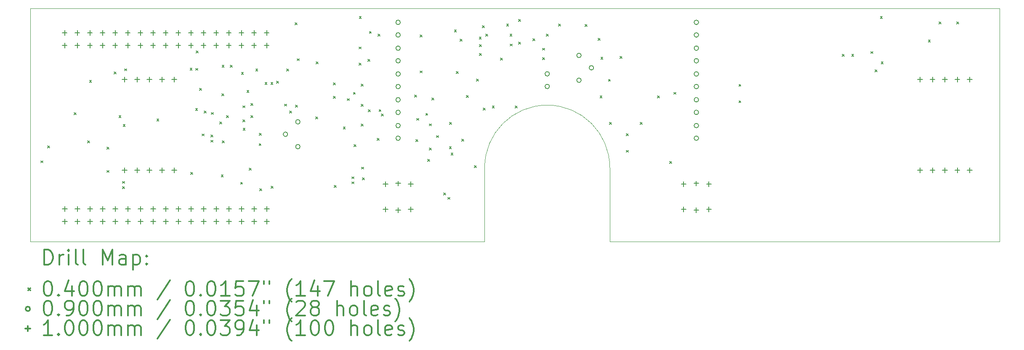
<source format=gbr>
%FSLAX45Y45*%
G04 Gerber Fmt 4.5, Leading zero omitted, Abs format (unit mm)*
G04 Created by KiCad (PCBNEW 5.1.10-6.fc34) date 2021-10-25 15:31:26*
%MOMM*%
%LPD*%
G01*
G04 APERTURE LIST*
%TA.AperFunction,Profile*%
%ADD10C,0.050000*%
%TD*%
%ADD11C,0.200000*%
%ADD12C,0.300000*%
G04 APERTURE END LIST*
D10*
X10665000Y-4736000D02*
G75*
G02*
X13183000Y-4736000I1259000J0D01*
G01*
X13183000Y-6224000D02*
X13183000Y-4736000D01*
X13183000Y-6224000D02*
X21024000Y-6224000D01*
X10665000Y-6224000D02*
X10665000Y-4736000D01*
X21024000Y-1524000D02*
X21024000Y-6224000D01*
X1524000Y-6224000D02*
X10665000Y-6224000D01*
X1524000Y-1524000D02*
X1524000Y-6224000D01*
X1524000Y-1524000D02*
X21024000Y-1524000D01*
D11*
X1738442Y-4598990D02*
X1778442Y-4638990D01*
X1778442Y-4598990D02*
X1738442Y-4638990D01*
X1876872Y-4298254D02*
X1916872Y-4338254D01*
X1916872Y-4298254D02*
X1876872Y-4338254D01*
X2407732Y-3626932D02*
X2447732Y-3666932D01*
X2447732Y-3626932D02*
X2407732Y-3666932D01*
X2677226Y-4194876D02*
X2717226Y-4234876D01*
X2717226Y-4194876D02*
X2677226Y-4234876D01*
X2715534Y-2974279D02*
X2755534Y-3014279D01*
X2755534Y-2974279D02*
X2715534Y-3014279D01*
X3064830Y-4321876D02*
X3104830Y-4361876D01*
X3104830Y-4321876D02*
X3064830Y-4361876D01*
X3064830Y-4793808D02*
X3104830Y-4833808D01*
X3104830Y-4793808D02*
X3064830Y-4833808D01*
X3212150Y-2809793D02*
X3252150Y-2849793D01*
X3252150Y-2809793D02*
X3212150Y-2849793D01*
X3309035Y-3688908D02*
X3349035Y-3728908D01*
X3349035Y-3688908D02*
X3309035Y-3728908D01*
X3381433Y-5014567D02*
X3421433Y-5054567D01*
X3421433Y-5014567D02*
X3381433Y-5054567D01*
X3382565Y-5118230D02*
X3422565Y-5158230D01*
X3422565Y-5118230D02*
X3382565Y-5158230D01*
X3393760Y-3864422D02*
X3433760Y-3904422D01*
X3433760Y-3864422D02*
X3393760Y-3904422D01*
X3420685Y-2744702D02*
X3460685Y-2784702D01*
X3460685Y-2744702D02*
X3420685Y-2784702D01*
X4069908Y-3757488D02*
X4109908Y-3797488D01*
X4109908Y-3757488D02*
X4069908Y-3797488D01*
X4739198Y-2734122D02*
X4779198Y-2774122D01*
X4779198Y-2734122D02*
X4739198Y-2774122D01*
X4752406Y-4828352D02*
X4792406Y-4868352D01*
X4792406Y-4828352D02*
X4752406Y-4868352D01*
X4849688Y-3545906D02*
X4889688Y-3585906D01*
X4889688Y-3545906D02*
X4849688Y-3585906D01*
X4854006Y-2735392D02*
X4894006Y-2775392D01*
X4894006Y-2735392D02*
X4854006Y-2775392D01*
X4861880Y-2382586D02*
X4901880Y-2422586D01*
X4901880Y-2382586D02*
X4861880Y-2422586D01*
X4927920Y-3138998D02*
X4967920Y-3178998D01*
X4967920Y-3138998D02*
X4927920Y-3178998D01*
X4980498Y-4057716D02*
X5020498Y-4097716D01*
X5020498Y-4057716D02*
X4980498Y-4097716D01*
X5024461Y-3595653D02*
X5064461Y-3635653D01*
X5064461Y-3595653D02*
X5024461Y-3635653D01*
X5157028Y-4183192D02*
X5197028Y-4223192D01*
X5197028Y-4183192D02*
X5157028Y-4223192D01*
X5158044Y-4078290D02*
X5198044Y-4118290D01*
X5198044Y-4078290D02*
X5158044Y-4118290D01*
X5169462Y-3625650D02*
X5209462Y-3665650D01*
X5209462Y-3625650D02*
X5169462Y-3665650D01*
X5334320Y-3815654D02*
X5374320Y-3855654D01*
X5374320Y-3815654D02*
X5334320Y-3855654D01*
X5366324Y-4883216D02*
X5406324Y-4923216D01*
X5406324Y-4883216D02*
X5366324Y-4923216D01*
X5381060Y-3246690D02*
X5421060Y-3286690D01*
X5421060Y-3246690D02*
X5381060Y-3286690D01*
X5384104Y-2672146D02*
X5424104Y-2712146D01*
X5424104Y-2672146D02*
X5384104Y-2712146D01*
X5387152Y-4193606D02*
X5427152Y-4233606D01*
X5427152Y-4193606D02*
X5387152Y-4233606D01*
X5470972Y-3689924D02*
X5510972Y-3729924D01*
X5510972Y-3689924D02*
X5470972Y-3729924D01*
X5545902Y-2669606D02*
X5585902Y-2709606D01*
X5585902Y-2669606D02*
X5545902Y-2709606D01*
X5755452Y-5029504D02*
X5795452Y-5069504D01*
X5795452Y-5029504D02*
X5755452Y-5069504D01*
X5773486Y-2818958D02*
X5813486Y-2858958D01*
X5813486Y-2818958D02*
X5773486Y-2858958D01*
X5804982Y-3488756D02*
X5844982Y-3528756D01*
X5844982Y-3488756D02*
X5804982Y-3528756D01*
X5804982Y-3773999D02*
X5844982Y-3813999D01*
X5844982Y-3773999D02*
X5804982Y-3813999D01*
X5806252Y-3943924D02*
X5846252Y-3983924D01*
X5846252Y-3943924D02*
X5806252Y-3983924D01*
X5883468Y-3182686D02*
X5923468Y-3222686D01*
X5923468Y-3182686D02*
X5883468Y-3222686D01*
X5930458Y-4747198D02*
X5970458Y-4787198D01*
X5970458Y-4747198D02*
X5930458Y-4787198D01*
X5960287Y-3444252D02*
X6000287Y-3484252D01*
X6000287Y-3444252D02*
X5960287Y-3484252D01*
X5960684Y-3687892D02*
X6000684Y-3727892D01*
X6000684Y-3687892D02*
X5960684Y-3727892D01*
X6059490Y-2750378D02*
X6099490Y-2790378D01*
X6099490Y-2750378D02*
X6059490Y-2790378D01*
X6129086Y-4250502D02*
X6169086Y-4290502D01*
X6169086Y-4250502D02*
X6129086Y-4290502D01*
X6129594Y-4045778D02*
X6169594Y-4085778D01*
X6169594Y-4045778D02*
X6129594Y-4085778D01*
X6138122Y-5163232D02*
X6178122Y-5203232D01*
X6178122Y-5163232D02*
X6138122Y-5203232D01*
X6247196Y-3018856D02*
X6287196Y-3058856D01*
X6287196Y-3018856D02*
X6247196Y-3058856D01*
X6366322Y-3019364D02*
X6406322Y-3059364D01*
X6406322Y-3019364D02*
X6366322Y-3059364D01*
X6368100Y-5108514D02*
X6408100Y-5148514D01*
X6408100Y-5108514D02*
X6368100Y-5148514D01*
X6478590Y-2996758D02*
X6518590Y-3036758D01*
X6518590Y-2996758D02*
X6478590Y-3036758D01*
X6637530Y-3455000D02*
X6677530Y-3495000D01*
X6677530Y-3455000D02*
X6637530Y-3495000D01*
X6682552Y-2750378D02*
X6722552Y-2790378D01*
X6722552Y-2750378D02*
X6682552Y-2790378D01*
X6745036Y-3595182D02*
X6785036Y-3635182D01*
X6785036Y-3595182D02*
X6745036Y-3635182D01*
X6853240Y-1817182D02*
X6893240Y-1857182D01*
X6893240Y-1817182D02*
X6853240Y-1857182D01*
X6859082Y-3476056D02*
X6899082Y-3516056D01*
X6899082Y-3476056D02*
X6859082Y-3516056D01*
X6896674Y-2541844D02*
X6936674Y-2581844D01*
X6936674Y-2541844D02*
X6896674Y-2581844D01*
X7267641Y-3716467D02*
X7307641Y-3756467D01*
X7307641Y-3716467D02*
X7267641Y-3756467D01*
X7274880Y-2604990D02*
X7314880Y-2644990D01*
X7314880Y-2604990D02*
X7274880Y-2644990D01*
X7624384Y-3027492D02*
X7664384Y-3067492D01*
X7664384Y-3027492D02*
X7624384Y-3067492D01*
X7625400Y-3298510D02*
X7665400Y-3338510D01*
X7665400Y-3298510D02*
X7625400Y-3338510D01*
X7639116Y-5093671D02*
X7679116Y-5133671D01*
X7679116Y-5093671D02*
X7639116Y-5133671D01*
X7822250Y-3916492D02*
X7862250Y-3956492D01*
X7862250Y-3916492D02*
X7822250Y-3956492D01*
X7899212Y-3345246D02*
X7939212Y-3385246D01*
X7939212Y-3345246D02*
X7899212Y-3385246D01*
X7996584Y-4920887D02*
X8036584Y-4960887D01*
X8036584Y-4920887D02*
X7996584Y-4960887D01*
X7997510Y-5020884D02*
X8037510Y-5060884D01*
X8037510Y-5020884D02*
X7997510Y-5060884D01*
X8025704Y-3219262D02*
X8065704Y-3259262D01*
X8065704Y-3219262D02*
X8025704Y-3259262D01*
X8037896Y-4273870D02*
X8077896Y-4313870D01*
X8077896Y-4273870D02*
X8037896Y-4313870D01*
X8140512Y-2631252D02*
X8180512Y-2671252D01*
X8180512Y-2631252D02*
X8140512Y-2671252D01*
X8140766Y-2304100D02*
X8180766Y-2344100D01*
X8180766Y-2304100D02*
X8140766Y-2344100D01*
X8144068Y-1689166D02*
X8184068Y-1729166D01*
X8184068Y-1689166D02*
X8144068Y-1729166D01*
X8180000Y-3051876D02*
X8220000Y-3091876D01*
X8220000Y-3051876D02*
X8180000Y-3091876D01*
X8180000Y-3457514D02*
X8220000Y-3497514D01*
X8220000Y-3457514D02*
X8180000Y-3497514D01*
X8180000Y-3854770D02*
X8220000Y-3894770D01*
X8220000Y-3854770D02*
X8180000Y-3894770D01*
X8192496Y-4724974D02*
X8232496Y-4764974D01*
X8232496Y-4724974D02*
X8192496Y-4764974D01*
X8204012Y-4943668D02*
X8244012Y-4983668D01*
X8244012Y-4943668D02*
X8204012Y-4983668D01*
X8319979Y-2556068D02*
X8359979Y-2596068D01*
X8359979Y-2556068D02*
X8319979Y-2596068D01*
X8323392Y-3566988D02*
X8363392Y-3606988D01*
X8363392Y-3566988D02*
X8323392Y-3606988D01*
X8347268Y-1989648D02*
X8387268Y-2029648D01*
X8387268Y-1989648D02*
X8347268Y-2029648D01*
X8501700Y-4142806D02*
X8541700Y-4182806D01*
X8541700Y-4142806D02*
X8501700Y-4182806D01*
X8519734Y-2043496D02*
X8559734Y-2083496D01*
X8559734Y-2043496D02*
X8519734Y-2083496D01*
X8540562Y-3564702D02*
X8580562Y-3604702D01*
X8580562Y-3564702D02*
X8540562Y-3604702D01*
X8590092Y-3657158D02*
X8630092Y-3697158D01*
X8630092Y-3657158D02*
X8590092Y-3697158D01*
X9255318Y-3270936D02*
X9295318Y-3310936D01*
X9295318Y-3270936D02*
X9255318Y-3310936D01*
X9279194Y-4173286D02*
X9319194Y-4213286D01*
X9319194Y-4173286D02*
X9279194Y-4213286D01*
X9300530Y-3743772D02*
X9340530Y-3783772D01*
X9340530Y-3743772D02*
X9300530Y-3783772D01*
X9365300Y-2062800D02*
X9405300Y-2102800D01*
X9405300Y-2062800D02*
X9365300Y-2102800D01*
X9365300Y-2786446D02*
X9405300Y-2826446D01*
X9405300Y-2786446D02*
X9365300Y-2826446D01*
X9481886Y-3640648D02*
X9521886Y-3680648D01*
X9521886Y-3640648D02*
X9481886Y-3680648D01*
X9517192Y-4571304D02*
X9557192Y-4611304D01*
X9557192Y-4571304D02*
X9517192Y-4611304D01*
X9555800Y-3853500D02*
X9595800Y-3893500D01*
X9595800Y-3853500D02*
X9555800Y-3893500D01*
X9555800Y-4340164D02*
X9595800Y-4380164D01*
X9595800Y-4340164D02*
X9555800Y-4380164D01*
X9606600Y-3332800D02*
X9646600Y-3372800D01*
X9646600Y-3332800D02*
X9606600Y-3372800D01*
X9694484Y-4089466D02*
X9734484Y-4129466D01*
X9734484Y-4089466D02*
X9694484Y-4129466D01*
X9838248Y-5246944D02*
X9878248Y-5286944D01*
X9878248Y-5246944D02*
X9838248Y-5286944D01*
X9924862Y-5334320D02*
X9964862Y-5374320D01*
X9964862Y-5334320D02*
X9924862Y-5374320D01*
X9954723Y-4317669D02*
X9994723Y-4357669D01*
X9994723Y-4317669D02*
X9954723Y-4357669D01*
X9959914Y-3824036D02*
X9999914Y-3864036D01*
X9999914Y-3824036D02*
X9959914Y-3864036D01*
X9988108Y-4444558D02*
X10028108Y-4484558D01*
X10028108Y-4444558D02*
X9988108Y-4484558D01*
X10057958Y-1960438D02*
X10097958Y-2000438D01*
X10097958Y-1960438D02*
X10057958Y-2000438D01*
X10093010Y-2797876D02*
X10133010Y-2837876D01*
X10133010Y-2797876D02*
X10093010Y-2837876D01*
X10171750Y-2146366D02*
X10211750Y-2186366D01*
X10211750Y-2146366D02*
X10171750Y-2186366D01*
X10201976Y-4164650D02*
X10241976Y-4204650D01*
X10241976Y-4164650D02*
X10201976Y-4204650D01*
X10301036Y-3284540D02*
X10341036Y-3324540D01*
X10341036Y-3284540D02*
X10301036Y-3324540D01*
X10458770Y-4698050D02*
X10498770Y-4738050D01*
X10498770Y-4698050D02*
X10458770Y-4738050D01*
X10498905Y-2953829D02*
X10538905Y-2993829D01*
X10538905Y-2953829D02*
X10498905Y-2993829D01*
X10556306Y-2104456D02*
X10596306Y-2144456D01*
X10596306Y-2104456D02*
X10556306Y-2144456D01*
X10558338Y-2259650D02*
X10598338Y-2299650D01*
X10598338Y-2259650D02*
X10558338Y-2299650D01*
X10558338Y-2437196D02*
X10598338Y-2477196D01*
X10598338Y-2437196D02*
X10558338Y-2477196D01*
X10619552Y-1879412D02*
X10659552Y-1919412D01*
X10659552Y-1879412D02*
X10619552Y-1919412D01*
X10637840Y-3537270D02*
X10677840Y-3577270D01*
X10677840Y-3537270D02*
X10637840Y-3577270D01*
X10689148Y-2046798D02*
X10729148Y-2086798D01*
X10729148Y-2046798D02*
X10689148Y-2086798D01*
X10819958Y-3492820D02*
X10859958Y-3532820D01*
X10859958Y-3492820D02*
X10819958Y-3532820D01*
X10985820Y-2526858D02*
X11025820Y-2566858D01*
X11025820Y-2526858D02*
X10985820Y-2566858D01*
X11106613Y-1840042D02*
X11146613Y-1880042D01*
X11146613Y-1840042D02*
X11106613Y-1880042D01*
X11174038Y-2047048D02*
X11214038Y-2087048D01*
X11214038Y-2047048D02*
X11174038Y-2087048D01*
X11177886Y-2243860D02*
X11217886Y-2283860D01*
X11217886Y-2243860D02*
X11177886Y-2283860D01*
X11280968Y-3492566D02*
X11320968Y-3532566D01*
X11320968Y-3492566D02*
X11280968Y-3532566D01*
X11345484Y-1751396D02*
X11385484Y-1791396D01*
X11385484Y-1751396D02*
X11345484Y-1791396D01*
X11349802Y-2206310D02*
X11389802Y-2246310D01*
X11389802Y-2206310D02*
X11349802Y-2246310D01*
X11637584Y-2140524D02*
X11677584Y-2180524D01*
X11677584Y-2140524D02*
X11637584Y-2180524D01*
X11832402Y-2329353D02*
X11872402Y-2369353D01*
X11872402Y-2329353D02*
X11832402Y-2369353D01*
X11832402Y-2519355D02*
X11872402Y-2559355D01*
X11872402Y-2519355D02*
X11832402Y-2559355D01*
X11905808Y-2046798D02*
X11945808Y-2086798D01*
X11945808Y-2046798D02*
X11905808Y-2086798D01*
X12151172Y-1840042D02*
X12191172Y-1880042D01*
X12191172Y-1840042D02*
X12151172Y-1880042D01*
X12684826Y-1852234D02*
X12724826Y-1892234D01*
X12724826Y-1852234D02*
X12684826Y-1892234D01*
X12948986Y-2127824D02*
X12988986Y-2167824D01*
X12988986Y-2127824D02*
X12948986Y-2167824D01*
X12985816Y-3288604D02*
X13025816Y-3328604D01*
X13025816Y-3288604D02*
X12985816Y-3328604D01*
X13004104Y-2511871D02*
X13044104Y-2551871D01*
X13044104Y-2511871D02*
X13004104Y-2551871D01*
X13154980Y-2955356D02*
X13194980Y-2995356D01*
X13194980Y-2955356D02*
X13154980Y-2995356D01*
X13175427Y-3826703D02*
X13215427Y-3866703D01*
X13215427Y-3826703D02*
X13175427Y-3866703D01*
X13385964Y-2497238D02*
X13425964Y-2537238D01*
X13425964Y-2497238D02*
X13385964Y-2537238D01*
X13516723Y-4050749D02*
X13556723Y-4090749D01*
X13556723Y-4050749D02*
X13516723Y-4090749D01*
X13517184Y-4386900D02*
X13557184Y-4426900D01*
X13557184Y-4386900D02*
X13517184Y-4426900D01*
X13796457Y-3826703D02*
X13836457Y-3866703D01*
X13836457Y-3826703D02*
X13796457Y-3866703D01*
X14142786Y-3290636D02*
X14182786Y-3330636D01*
X14182786Y-3290636D02*
X14142786Y-3330636D01*
X14384594Y-4610928D02*
X14424594Y-4650928D01*
X14424594Y-4610928D02*
X14384594Y-4650928D01*
X14472986Y-3218754D02*
X14512986Y-3258754D01*
X14512986Y-3218754D02*
X14472986Y-3258754D01*
X15780000Y-3057718D02*
X15820000Y-3097718D01*
X15820000Y-3057718D02*
X15780000Y-3097718D01*
X15780000Y-3388680D02*
X15820000Y-3428680D01*
X15820000Y-3388680D02*
X15780000Y-3428680D01*
X17859822Y-2452182D02*
X17899822Y-2492182D01*
X17899822Y-2452182D02*
X17859822Y-2492182D01*
X18049052Y-2452182D02*
X18089052Y-2492182D01*
X18089052Y-2452182D02*
X18049052Y-2492182D01*
X18434369Y-2397064D02*
X18474369Y-2437064D01*
X18474369Y-2397064D02*
X18434369Y-2437064D01*
X18517936Y-2766634D02*
X18557936Y-2806634D01*
X18557936Y-2766634D02*
X18517936Y-2806634D01*
X18626140Y-1689166D02*
X18666140Y-1729166D01*
X18666140Y-1689166D02*
X18626140Y-1729166D01*
X18641888Y-2604582D02*
X18681888Y-2644582D01*
X18681888Y-2604582D02*
X18641888Y-2644582D01*
X19589308Y-2163130D02*
X19629308Y-2203130D01*
X19629308Y-2163130D02*
X19589308Y-2203130D01*
X19804954Y-1798894D02*
X19844954Y-1838894D01*
X19844954Y-1798894D02*
X19804954Y-1838894D01*
X20163856Y-1798894D02*
X20203856Y-1838894D01*
X20203856Y-1798894D02*
X20163856Y-1838894D01*
X6702530Y-4064064D02*
G75*
G03*
X6702530Y-4064064I-45000J0D01*
G01*
X6952530Y-3814064D02*
G75*
G03*
X6952530Y-3814064I-45000J0D01*
G01*
X6952530Y-4314064D02*
G75*
G03*
X6952530Y-4314064I-45000J0D01*
G01*
X8969000Y-1809250D02*
G75*
G03*
X8969000Y-1809250I-45000J0D01*
G01*
X8969000Y-2063250D02*
G75*
G03*
X8969000Y-2063250I-45000J0D01*
G01*
X8969000Y-2329250D02*
G75*
G03*
X8969000Y-2329250I-45000J0D01*
G01*
X8969000Y-2583250D02*
G75*
G03*
X8969000Y-2583250I-45000J0D01*
G01*
X8969000Y-2849250D02*
G75*
G03*
X8969000Y-2849250I-45000J0D01*
G01*
X8969000Y-3103250D02*
G75*
G03*
X8969000Y-3103250I-45000J0D01*
G01*
X8969000Y-3369250D02*
G75*
G03*
X8969000Y-3369250I-45000J0D01*
G01*
X8969000Y-3623250D02*
G75*
G03*
X8969000Y-3623250I-45000J0D01*
G01*
X8969000Y-3889250D02*
G75*
G03*
X8969000Y-3889250I-45000J0D01*
G01*
X8969000Y-4143250D02*
G75*
G03*
X8969000Y-4143250I-45000J0D01*
G01*
X11969000Y-2847000D02*
G75*
G03*
X11969000Y-2847000I-45000J0D01*
G01*
X11969000Y-3101000D02*
G75*
G03*
X11969000Y-3101000I-45000J0D01*
G01*
X12607840Y-2475356D02*
G75*
G03*
X12607840Y-2475356I-45000J0D01*
G01*
X12607840Y-2975356D02*
G75*
G03*
X12607840Y-2975356I-45000J0D01*
G01*
X12857840Y-2725356D02*
G75*
G03*
X12857840Y-2725356I-45000J0D01*
G01*
X14969000Y-1809250D02*
G75*
G03*
X14969000Y-1809250I-45000J0D01*
G01*
X14969000Y-2063250D02*
G75*
G03*
X14969000Y-2063250I-45000J0D01*
G01*
X14969000Y-2329250D02*
G75*
G03*
X14969000Y-2329250I-45000J0D01*
G01*
X14969000Y-2583250D02*
G75*
G03*
X14969000Y-2583250I-45000J0D01*
G01*
X14969000Y-2849250D02*
G75*
G03*
X14969000Y-2849250I-45000J0D01*
G01*
X14969000Y-3103250D02*
G75*
G03*
X14969000Y-3103250I-45000J0D01*
G01*
X14969000Y-3369250D02*
G75*
G03*
X14969000Y-3369250I-45000J0D01*
G01*
X14969000Y-3623250D02*
G75*
G03*
X14969000Y-3623250I-45000J0D01*
G01*
X14969000Y-3889250D02*
G75*
G03*
X14969000Y-3889250I-45000J0D01*
G01*
X14969000Y-4143250D02*
G75*
G03*
X14969000Y-4143250I-45000J0D01*
G01*
X2216150Y-1968030D02*
X2216150Y-2068030D01*
X2166150Y-2018030D02*
X2266150Y-2018030D01*
X2216150Y-2222030D02*
X2216150Y-2322030D01*
X2166150Y-2272030D02*
X2266150Y-2272030D01*
X2218690Y-5517680D02*
X2218690Y-5617680D01*
X2168690Y-5567680D02*
X2268690Y-5567680D01*
X2218690Y-5771680D02*
X2218690Y-5871680D01*
X2168690Y-5821680D02*
X2268690Y-5821680D01*
X2470150Y-1968030D02*
X2470150Y-2068030D01*
X2420150Y-2018030D02*
X2520150Y-2018030D01*
X2470150Y-2222030D02*
X2470150Y-2322030D01*
X2420150Y-2272030D02*
X2520150Y-2272030D01*
X2472690Y-5517680D02*
X2472690Y-5617680D01*
X2422690Y-5567680D02*
X2522690Y-5567680D01*
X2472690Y-5771680D02*
X2472690Y-5871680D01*
X2422690Y-5821680D02*
X2522690Y-5821680D01*
X2724150Y-1968030D02*
X2724150Y-2068030D01*
X2674150Y-2018030D02*
X2774150Y-2018030D01*
X2724150Y-2222030D02*
X2724150Y-2322030D01*
X2674150Y-2272030D02*
X2774150Y-2272030D01*
X2726690Y-5517680D02*
X2726690Y-5617680D01*
X2676690Y-5567680D02*
X2776690Y-5567680D01*
X2726690Y-5771680D02*
X2726690Y-5871680D01*
X2676690Y-5821680D02*
X2776690Y-5821680D01*
X2978150Y-1968030D02*
X2978150Y-2068030D01*
X2928150Y-2018030D02*
X3028150Y-2018030D01*
X2978150Y-2222030D02*
X2978150Y-2322030D01*
X2928150Y-2272030D02*
X3028150Y-2272030D01*
X2980690Y-5517680D02*
X2980690Y-5617680D01*
X2930690Y-5567680D02*
X3030690Y-5567680D01*
X2980690Y-5771680D02*
X2980690Y-5871680D01*
X2930690Y-5821680D02*
X3030690Y-5821680D01*
X3232150Y-1968030D02*
X3232150Y-2068030D01*
X3182150Y-2018030D02*
X3282150Y-2018030D01*
X3232150Y-2222030D02*
X3232150Y-2322030D01*
X3182150Y-2272030D02*
X3282150Y-2272030D01*
X3234690Y-5517680D02*
X3234690Y-5617680D01*
X3184690Y-5567680D02*
X3284690Y-5567680D01*
X3234690Y-5771680D02*
X3234690Y-5871680D01*
X3184690Y-5821680D02*
X3284690Y-5821680D01*
X3424000Y-2909000D02*
X3424000Y-3009000D01*
X3374000Y-2959000D02*
X3474000Y-2959000D01*
X3424000Y-4739000D02*
X3424000Y-4839000D01*
X3374000Y-4789000D02*
X3474000Y-4789000D01*
X3486150Y-1968030D02*
X3486150Y-2068030D01*
X3436150Y-2018030D02*
X3536150Y-2018030D01*
X3486150Y-2222030D02*
X3486150Y-2322030D01*
X3436150Y-2272030D02*
X3536150Y-2272030D01*
X3488690Y-5517680D02*
X3488690Y-5617680D01*
X3438690Y-5567680D02*
X3538690Y-5567680D01*
X3488690Y-5771680D02*
X3488690Y-5871680D01*
X3438690Y-5821680D02*
X3538690Y-5821680D01*
X3674000Y-2909000D02*
X3674000Y-3009000D01*
X3624000Y-2959000D02*
X3724000Y-2959000D01*
X3674000Y-4739000D02*
X3674000Y-4839000D01*
X3624000Y-4789000D02*
X3724000Y-4789000D01*
X3740150Y-1968030D02*
X3740150Y-2068030D01*
X3690150Y-2018030D02*
X3790150Y-2018030D01*
X3740150Y-2222030D02*
X3740150Y-2322030D01*
X3690150Y-2272030D02*
X3790150Y-2272030D01*
X3742690Y-5517680D02*
X3742690Y-5617680D01*
X3692690Y-5567680D02*
X3792690Y-5567680D01*
X3742690Y-5771680D02*
X3742690Y-5871680D01*
X3692690Y-5821680D02*
X3792690Y-5821680D01*
X3924000Y-2909000D02*
X3924000Y-3009000D01*
X3874000Y-2959000D02*
X3974000Y-2959000D01*
X3924000Y-4739000D02*
X3924000Y-4839000D01*
X3874000Y-4789000D02*
X3974000Y-4789000D01*
X3994150Y-1968030D02*
X3994150Y-2068030D01*
X3944150Y-2018030D02*
X4044150Y-2018030D01*
X3994150Y-2222030D02*
X3994150Y-2322030D01*
X3944150Y-2272030D02*
X4044150Y-2272030D01*
X3996690Y-5517680D02*
X3996690Y-5617680D01*
X3946690Y-5567680D02*
X4046690Y-5567680D01*
X3996690Y-5771680D02*
X3996690Y-5871680D01*
X3946690Y-5821680D02*
X4046690Y-5821680D01*
X4174000Y-2909000D02*
X4174000Y-3009000D01*
X4124000Y-2959000D02*
X4224000Y-2959000D01*
X4174000Y-4739000D02*
X4174000Y-4839000D01*
X4124000Y-4789000D02*
X4224000Y-4789000D01*
X4248150Y-1968030D02*
X4248150Y-2068030D01*
X4198150Y-2018030D02*
X4298150Y-2018030D01*
X4248150Y-2222030D02*
X4248150Y-2322030D01*
X4198150Y-2272030D02*
X4298150Y-2272030D01*
X4250690Y-5517680D02*
X4250690Y-5617680D01*
X4200690Y-5567680D02*
X4300690Y-5567680D01*
X4250690Y-5771680D02*
X4250690Y-5871680D01*
X4200690Y-5821680D02*
X4300690Y-5821680D01*
X4424000Y-2909000D02*
X4424000Y-3009000D01*
X4374000Y-2959000D02*
X4474000Y-2959000D01*
X4424000Y-4739000D02*
X4424000Y-4839000D01*
X4374000Y-4789000D02*
X4474000Y-4789000D01*
X4502150Y-1968030D02*
X4502150Y-2068030D01*
X4452150Y-2018030D02*
X4552150Y-2018030D01*
X4502150Y-2222030D02*
X4502150Y-2322030D01*
X4452150Y-2272030D02*
X4552150Y-2272030D01*
X4504690Y-5517680D02*
X4504690Y-5617680D01*
X4454690Y-5567680D02*
X4554690Y-5567680D01*
X4504690Y-5771680D02*
X4504690Y-5871680D01*
X4454690Y-5821680D02*
X4554690Y-5821680D01*
X4756150Y-1968030D02*
X4756150Y-2068030D01*
X4706150Y-2018030D02*
X4806150Y-2018030D01*
X4756150Y-2222030D02*
X4756150Y-2322030D01*
X4706150Y-2272030D02*
X4806150Y-2272030D01*
X4758690Y-5517680D02*
X4758690Y-5617680D01*
X4708690Y-5567680D02*
X4808690Y-5567680D01*
X4758690Y-5771680D02*
X4758690Y-5871680D01*
X4708690Y-5821680D02*
X4808690Y-5821680D01*
X5010150Y-1968030D02*
X5010150Y-2068030D01*
X4960150Y-2018030D02*
X5060150Y-2018030D01*
X5010150Y-2222030D02*
X5010150Y-2322030D01*
X4960150Y-2272030D02*
X5060150Y-2272030D01*
X5012690Y-5517680D02*
X5012690Y-5617680D01*
X4962690Y-5567680D02*
X5062690Y-5567680D01*
X5012690Y-5771680D02*
X5012690Y-5871680D01*
X4962690Y-5821680D02*
X5062690Y-5821680D01*
X5264150Y-1968030D02*
X5264150Y-2068030D01*
X5214150Y-2018030D02*
X5314150Y-2018030D01*
X5264150Y-2222030D02*
X5264150Y-2322030D01*
X5214150Y-2272030D02*
X5314150Y-2272030D01*
X5266690Y-5517680D02*
X5266690Y-5617680D01*
X5216690Y-5567680D02*
X5316690Y-5567680D01*
X5266690Y-5771680D02*
X5266690Y-5871680D01*
X5216690Y-5821680D02*
X5316690Y-5821680D01*
X5518150Y-1968030D02*
X5518150Y-2068030D01*
X5468150Y-2018030D02*
X5568150Y-2018030D01*
X5518150Y-2222030D02*
X5518150Y-2322030D01*
X5468150Y-2272030D02*
X5568150Y-2272030D01*
X5520690Y-5517680D02*
X5520690Y-5617680D01*
X5470690Y-5567680D02*
X5570690Y-5567680D01*
X5520690Y-5771680D02*
X5520690Y-5871680D01*
X5470690Y-5821680D02*
X5570690Y-5821680D01*
X5772150Y-1968030D02*
X5772150Y-2068030D01*
X5722150Y-2018030D02*
X5822150Y-2018030D01*
X5772150Y-2222030D02*
X5772150Y-2322030D01*
X5722150Y-2272030D02*
X5822150Y-2272030D01*
X5774690Y-5517680D02*
X5774690Y-5617680D01*
X5724690Y-5567680D02*
X5824690Y-5567680D01*
X5774690Y-5771680D02*
X5774690Y-5871680D01*
X5724690Y-5821680D02*
X5824690Y-5821680D01*
X6026150Y-1968030D02*
X6026150Y-2068030D01*
X5976150Y-2018030D02*
X6076150Y-2018030D01*
X6026150Y-2222030D02*
X6026150Y-2322030D01*
X5976150Y-2272030D02*
X6076150Y-2272030D01*
X6028690Y-5517680D02*
X6028690Y-5617680D01*
X5978690Y-5567680D02*
X6078690Y-5567680D01*
X6028690Y-5771680D02*
X6028690Y-5871680D01*
X5978690Y-5821680D02*
X6078690Y-5821680D01*
X6280150Y-1968030D02*
X6280150Y-2068030D01*
X6230150Y-2018030D02*
X6330150Y-2018030D01*
X6280150Y-2222030D02*
X6280150Y-2322030D01*
X6230150Y-2272030D02*
X6330150Y-2272030D01*
X6282690Y-5517680D02*
X6282690Y-5617680D01*
X6232690Y-5567680D02*
X6332690Y-5567680D01*
X6282690Y-5771680D02*
X6282690Y-5871680D01*
X6232690Y-5821680D02*
X6332690Y-5821680D01*
X8670000Y-5020000D02*
X8670000Y-5120000D01*
X8620000Y-5070000D02*
X8720000Y-5070000D01*
X8670000Y-5528000D02*
X8670000Y-5628000D01*
X8620000Y-5578000D02*
X8720000Y-5578000D01*
X8924000Y-5004000D02*
X8924000Y-5104000D01*
X8874000Y-5054000D02*
X8974000Y-5054000D01*
X8924000Y-5544000D02*
X8924000Y-5644000D01*
X8874000Y-5594000D02*
X8974000Y-5594000D01*
X9178000Y-5020000D02*
X9178000Y-5120000D01*
X9128000Y-5070000D02*
X9228000Y-5070000D01*
X9178000Y-5528000D02*
X9178000Y-5628000D01*
X9128000Y-5578000D02*
X9228000Y-5578000D01*
X14670000Y-5020000D02*
X14670000Y-5120000D01*
X14620000Y-5070000D02*
X14720000Y-5070000D01*
X14670000Y-5528000D02*
X14670000Y-5628000D01*
X14620000Y-5578000D02*
X14720000Y-5578000D01*
X14924000Y-5004000D02*
X14924000Y-5104000D01*
X14874000Y-5054000D02*
X14974000Y-5054000D01*
X14924000Y-5544000D02*
X14924000Y-5644000D01*
X14874000Y-5594000D02*
X14974000Y-5594000D01*
X15178000Y-5020000D02*
X15178000Y-5120000D01*
X15128000Y-5070000D02*
X15228000Y-5070000D01*
X15178000Y-5528000D02*
X15178000Y-5628000D01*
X15128000Y-5578000D02*
X15228000Y-5578000D01*
X19424000Y-2909000D02*
X19424000Y-3009000D01*
X19374000Y-2959000D02*
X19474000Y-2959000D01*
X19424000Y-4739000D02*
X19424000Y-4839000D01*
X19374000Y-4789000D02*
X19474000Y-4789000D01*
X19674000Y-2909000D02*
X19674000Y-3009000D01*
X19624000Y-2959000D02*
X19724000Y-2959000D01*
X19674000Y-4739000D02*
X19674000Y-4839000D01*
X19624000Y-4789000D02*
X19724000Y-4789000D01*
X19924000Y-2909000D02*
X19924000Y-3009000D01*
X19874000Y-2959000D02*
X19974000Y-2959000D01*
X19924000Y-4739000D02*
X19924000Y-4839000D01*
X19874000Y-4789000D02*
X19974000Y-4789000D01*
X20174000Y-2909000D02*
X20174000Y-3009000D01*
X20124000Y-2959000D02*
X20224000Y-2959000D01*
X20174000Y-4739000D02*
X20174000Y-4839000D01*
X20124000Y-4789000D02*
X20224000Y-4789000D01*
X20424000Y-2909000D02*
X20424000Y-3009000D01*
X20374000Y-2959000D02*
X20474000Y-2959000D01*
X20424000Y-4739000D02*
X20424000Y-4839000D01*
X20374000Y-4789000D02*
X20474000Y-4789000D01*
D12*
X1807928Y-6692214D02*
X1807928Y-6392214D01*
X1879357Y-6392214D01*
X1922214Y-6406500D01*
X1950786Y-6435071D01*
X1965071Y-6463643D01*
X1979357Y-6520786D01*
X1979357Y-6563643D01*
X1965071Y-6620786D01*
X1950786Y-6649357D01*
X1922214Y-6677929D01*
X1879357Y-6692214D01*
X1807928Y-6692214D01*
X2107928Y-6692214D02*
X2107928Y-6492214D01*
X2107928Y-6549357D02*
X2122214Y-6520786D01*
X2136500Y-6506500D01*
X2165071Y-6492214D01*
X2193643Y-6492214D01*
X2293643Y-6692214D02*
X2293643Y-6492214D01*
X2293643Y-6392214D02*
X2279357Y-6406500D01*
X2293643Y-6420786D01*
X2307928Y-6406500D01*
X2293643Y-6392214D01*
X2293643Y-6420786D01*
X2479357Y-6692214D02*
X2450786Y-6677929D01*
X2436500Y-6649357D01*
X2436500Y-6392214D01*
X2636500Y-6692214D02*
X2607928Y-6677929D01*
X2593643Y-6649357D01*
X2593643Y-6392214D01*
X2979357Y-6692214D02*
X2979357Y-6392214D01*
X3079357Y-6606500D01*
X3179357Y-6392214D01*
X3179357Y-6692214D01*
X3450786Y-6692214D02*
X3450786Y-6535071D01*
X3436500Y-6506500D01*
X3407928Y-6492214D01*
X3350786Y-6492214D01*
X3322214Y-6506500D01*
X3450786Y-6677929D02*
X3422214Y-6692214D01*
X3350786Y-6692214D01*
X3322214Y-6677929D01*
X3307928Y-6649357D01*
X3307928Y-6620786D01*
X3322214Y-6592214D01*
X3350786Y-6577929D01*
X3422214Y-6577929D01*
X3450786Y-6563643D01*
X3593643Y-6492214D02*
X3593643Y-6792214D01*
X3593643Y-6506500D02*
X3622214Y-6492214D01*
X3679357Y-6492214D01*
X3707928Y-6506500D01*
X3722214Y-6520786D01*
X3736500Y-6549357D01*
X3736500Y-6635071D01*
X3722214Y-6663643D01*
X3707928Y-6677929D01*
X3679357Y-6692214D01*
X3622214Y-6692214D01*
X3593643Y-6677929D01*
X3865071Y-6663643D02*
X3879357Y-6677929D01*
X3865071Y-6692214D01*
X3850786Y-6677929D01*
X3865071Y-6663643D01*
X3865071Y-6692214D01*
X3865071Y-6506500D02*
X3879357Y-6520786D01*
X3865071Y-6535071D01*
X3850786Y-6520786D01*
X3865071Y-6506500D01*
X3865071Y-6535071D01*
X1481500Y-7166500D02*
X1521500Y-7206500D01*
X1521500Y-7166500D02*
X1481500Y-7206500D01*
X1865071Y-7022214D02*
X1893643Y-7022214D01*
X1922214Y-7036500D01*
X1936500Y-7050786D01*
X1950786Y-7079357D01*
X1965071Y-7136500D01*
X1965071Y-7207929D01*
X1950786Y-7265071D01*
X1936500Y-7293643D01*
X1922214Y-7307929D01*
X1893643Y-7322214D01*
X1865071Y-7322214D01*
X1836500Y-7307929D01*
X1822214Y-7293643D01*
X1807928Y-7265071D01*
X1793643Y-7207929D01*
X1793643Y-7136500D01*
X1807928Y-7079357D01*
X1822214Y-7050786D01*
X1836500Y-7036500D01*
X1865071Y-7022214D01*
X2093643Y-7293643D02*
X2107928Y-7307929D01*
X2093643Y-7322214D01*
X2079357Y-7307929D01*
X2093643Y-7293643D01*
X2093643Y-7322214D01*
X2365071Y-7122214D02*
X2365071Y-7322214D01*
X2293643Y-7007929D02*
X2222214Y-7222214D01*
X2407928Y-7222214D01*
X2579357Y-7022214D02*
X2607928Y-7022214D01*
X2636500Y-7036500D01*
X2650786Y-7050786D01*
X2665071Y-7079357D01*
X2679357Y-7136500D01*
X2679357Y-7207929D01*
X2665071Y-7265071D01*
X2650786Y-7293643D01*
X2636500Y-7307929D01*
X2607928Y-7322214D01*
X2579357Y-7322214D01*
X2550786Y-7307929D01*
X2536500Y-7293643D01*
X2522214Y-7265071D01*
X2507928Y-7207929D01*
X2507928Y-7136500D01*
X2522214Y-7079357D01*
X2536500Y-7050786D01*
X2550786Y-7036500D01*
X2579357Y-7022214D01*
X2865071Y-7022214D02*
X2893643Y-7022214D01*
X2922214Y-7036500D01*
X2936500Y-7050786D01*
X2950786Y-7079357D01*
X2965071Y-7136500D01*
X2965071Y-7207929D01*
X2950786Y-7265071D01*
X2936500Y-7293643D01*
X2922214Y-7307929D01*
X2893643Y-7322214D01*
X2865071Y-7322214D01*
X2836500Y-7307929D01*
X2822214Y-7293643D01*
X2807928Y-7265071D01*
X2793643Y-7207929D01*
X2793643Y-7136500D01*
X2807928Y-7079357D01*
X2822214Y-7050786D01*
X2836500Y-7036500D01*
X2865071Y-7022214D01*
X3093643Y-7322214D02*
X3093643Y-7122214D01*
X3093643Y-7150786D02*
X3107928Y-7136500D01*
X3136500Y-7122214D01*
X3179357Y-7122214D01*
X3207928Y-7136500D01*
X3222214Y-7165071D01*
X3222214Y-7322214D01*
X3222214Y-7165071D02*
X3236500Y-7136500D01*
X3265071Y-7122214D01*
X3307928Y-7122214D01*
X3336500Y-7136500D01*
X3350786Y-7165071D01*
X3350786Y-7322214D01*
X3493643Y-7322214D02*
X3493643Y-7122214D01*
X3493643Y-7150786D02*
X3507928Y-7136500D01*
X3536500Y-7122214D01*
X3579357Y-7122214D01*
X3607928Y-7136500D01*
X3622214Y-7165071D01*
X3622214Y-7322214D01*
X3622214Y-7165071D02*
X3636500Y-7136500D01*
X3665071Y-7122214D01*
X3707928Y-7122214D01*
X3736500Y-7136500D01*
X3750786Y-7165071D01*
X3750786Y-7322214D01*
X4336500Y-7007929D02*
X4079357Y-7393643D01*
X4722214Y-7022214D02*
X4750786Y-7022214D01*
X4779357Y-7036500D01*
X4793643Y-7050786D01*
X4807928Y-7079357D01*
X4822214Y-7136500D01*
X4822214Y-7207929D01*
X4807928Y-7265071D01*
X4793643Y-7293643D01*
X4779357Y-7307929D01*
X4750786Y-7322214D01*
X4722214Y-7322214D01*
X4693643Y-7307929D01*
X4679357Y-7293643D01*
X4665071Y-7265071D01*
X4650786Y-7207929D01*
X4650786Y-7136500D01*
X4665071Y-7079357D01*
X4679357Y-7050786D01*
X4693643Y-7036500D01*
X4722214Y-7022214D01*
X4950786Y-7293643D02*
X4965071Y-7307929D01*
X4950786Y-7322214D01*
X4936500Y-7307929D01*
X4950786Y-7293643D01*
X4950786Y-7322214D01*
X5150786Y-7022214D02*
X5179357Y-7022214D01*
X5207928Y-7036500D01*
X5222214Y-7050786D01*
X5236500Y-7079357D01*
X5250786Y-7136500D01*
X5250786Y-7207929D01*
X5236500Y-7265071D01*
X5222214Y-7293643D01*
X5207928Y-7307929D01*
X5179357Y-7322214D01*
X5150786Y-7322214D01*
X5122214Y-7307929D01*
X5107928Y-7293643D01*
X5093643Y-7265071D01*
X5079357Y-7207929D01*
X5079357Y-7136500D01*
X5093643Y-7079357D01*
X5107928Y-7050786D01*
X5122214Y-7036500D01*
X5150786Y-7022214D01*
X5536500Y-7322214D02*
X5365071Y-7322214D01*
X5450786Y-7322214D02*
X5450786Y-7022214D01*
X5422214Y-7065071D01*
X5393643Y-7093643D01*
X5365071Y-7107929D01*
X5807928Y-7022214D02*
X5665071Y-7022214D01*
X5650786Y-7165071D01*
X5665071Y-7150786D01*
X5693643Y-7136500D01*
X5765071Y-7136500D01*
X5793643Y-7150786D01*
X5807928Y-7165071D01*
X5822214Y-7193643D01*
X5822214Y-7265071D01*
X5807928Y-7293643D01*
X5793643Y-7307929D01*
X5765071Y-7322214D01*
X5693643Y-7322214D01*
X5665071Y-7307929D01*
X5650786Y-7293643D01*
X5922214Y-7022214D02*
X6122214Y-7022214D01*
X5993643Y-7322214D01*
X6222214Y-7022214D02*
X6222214Y-7079357D01*
X6336500Y-7022214D02*
X6336500Y-7079357D01*
X6779357Y-7436500D02*
X6765071Y-7422214D01*
X6736500Y-7379357D01*
X6722214Y-7350786D01*
X6707928Y-7307929D01*
X6693643Y-7236500D01*
X6693643Y-7179357D01*
X6707928Y-7107929D01*
X6722214Y-7065071D01*
X6736500Y-7036500D01*
X6765071Y-6993643D01*
X6779357Y-6979357D01*
X7050786Y-7322214D02*
X6879357Y-7322214D01*
X6965071Y-7322214D02*
X6965071Y-7022214D01*
X6936500Y-7065071D01*
X6907928Y-7093643D01*
X6879357Y-7107929D01*
X7307928Y-7122214D02*
X7307928Y-7322214D01*
X7236500Y-7007929D02*
X7165071Y-7222214D01*
X7350786Y-7222214D01*
X7436500Y-7022214D02*
X7636500Y-7022214D01*
X7507928Y-7322214D01*
X7979357Y-7322214D02*
X7979357Y-7022214D01*
X8107928Y-7322214D02*
X8107928Y-7165071D01*
X8093643Y-7136500D01*
X8065071Y-7122214D01*
X8022214Y-7122214D01*
X7993643Y-7136500D01*
X7979357Y-7150786D01*
X8293643Y-7322214D02*
X8265071Y-7307929D01*
X8250786Y-7293643D01*
X8236500Y-7265071D01*
X8236500Y-7179357D01*
X8250786Y-7150786D01*
X8265071Y-7136500D01*
X8293643Y-7122214D01*
X8336500Y-7122214D01*
X8365071Y-7136500D01*
X8379357Y-7150786D01*
X8393643Y-7179357D01*
X8393643Y-7265071D01*
X8379357Y-7293643D01*
X8365071Y-7307929D01*
X8336500Y-7322214D01*
X8293643Y-7322214D01*
X8565071Y-7322214D02*
X8536500Y-7307929D01*
X8522214Y-7279357D01*
X8522214Y-7022214D01*
X8793643Y-7307929D02*
X8765071Y-7322214D01*
X8707928Y-7322214D01*
X8679357Y-7307929D01*
X8665071Y-7279357D01*
X8665071Y-7165071D01*
X8679357Y-7136500D01*
X8707928Y-7122214D01*
X8765071Y-7122214D01*
X8793643Y-7136500D01*
X8807928Y-7165071D01*
X8807928Y-7193643D01*
X8665071Y-7222214D01*
X8922214Y-7307929D02*
X8950786Y-7322214D01*
X9007928Y-7322214D01*
X9036500Y-7307929D01*
X9050786Y-7279357D01*
X9050786Y-7265071D01*
X9036500Y-7236500D01*
X9007928Y-7222214D01*
X8965071Y-7222214D01*
X8936500Y-7207929D01*
X8922214Y-7179357D01*
X8922214Y-7165071D01*
X8936500Y-7136500D01*
X8965071Y-7122214D01*
X9007928Y-7122214D01*
X9036500Y-7136500D01*
X9150786Y-7436500D02*
X9165071Y-7422214D01*
X9193643Y-7379357D01*
X9207928Y-7350786D01*
X9222214Y-7307929D01*
X9236500Y-7236500D01*
X9236500Y-7179357D01*
X9222214Y-7107929D01*
X9207928Y-7065071D01*
X9193643Y-7036500D01*
X9165071Y-6993643D01*
X9150786Y-6979357D01*
X1521500Y-7582500D02*
G75*
G03*
X1521500Y-7582500I-45000J0D01*
G01*
X1865071Y-7418214D02*
X1893643Y-7418214D01*
X1922214Y-7432500D01*
X1936500Y-7446786D01*
X1950786Y-7475357D01*
X1965071Y-7532500D01*
X1965071Y-7603929D01*
X1950786Y-7661071D01*
X1936500Y-7689643D01*
X1922214Y-7703929D01*
X1893643Y-7718214D01*
X1865071Y-7718214D01*
X1836500Y-7703929D01*
X1822214Y-7689643D01*
X1807928Y-7661071D01*
X1793643Y-7603929D01*
X1793643Y-7532500D01*
X1807928Y-7475357D01*
X1822214Y-7446786D01*
X1836500Y-7432500D01*
X1865071Y-7418214D01*
X2093643Y-7689643D02*
X2107928Y-7703929D01*
X2093643Y-7718214D01*
X2079357Y-7703929D01*
X2093643Y-7689643D01*
X2093643Y-7718214D01*
X2250786Y-7718214D02*
X2307928Y-7718214D01*
X2336500Y-7703929D01*
X2350786Y-7689643D01*
X2379357Y-7646786D01*
X2393643Y-7589643D01*
X2393643Y-7475357D01*
X2379357Y-7446786D01*
X2365071Y-7432500D01*
X2336500Y-7418214D01*
X2279357Y-7418214D01*
X2250786Y-7432500D01*
X2236500Y-7446786D01*
X2222214Y-7475357D01*
X2222214Y-7546786D01*
X2236500Y-7575357D01*
X2250786Y-7589643D01*
X2279357Y-7603929D01*
X2336500Y-7603929D01*
X2365071Y-7589643D01*
X2379357Y-7575357D01*
X2393643Y-7546786D01*
X2579357Y-7418214D02*
X2607928Y-7418214D01*
X2636500Y-7432500D01*
X2650786Y-7446786D01*
X2665071Y-7475357D01*
X2679357Y-7532500D01*
X2679357Y-7603929D01*
X2665071Y-7661071D01*
X2650786Y-7689643D01*
X2636500Y-7703929D01*
X2607928Y-7718214D01*
X2579357Y-7718214D01*
X2550786Y-7703929D01*
X2536500Y-7689643D01*
X2522214Y-7661071D01*
X2507928Y-7603929D01*
X2507928Y-7532500D01*
X2522214Y-7475357D01*
X2536500Y-7446786D01*
X2550786Y-7432500D01*
X2579357Y-7418214D01*
X2865071Y-7418214D02*
X2893643Y-7418214D01*
X2922214Y-7432500D01*
X2936500Y-7446786D01*
X2950786Y-7475357D01*
X2965071Y-7532500D01*
X2965071Y-7603929D01*
X2950786Y-7661071D01*
X2936500Y-7689643D01*
X2922214Y-7703929D01*
X2893643Y-7718214D01*
X2865071Y-7718214D01*
X2836500Y-7703929D01*
X2822214Y-7689643D01*
X2807928Y-7661071D01*
X2793643Y-7603929D01*
X2793643Y-7532500D01*
X2807928Y-7475357D01*
X2822214Y-7446786D01*
X2836500Y-7432500D01*
X2865071Y-7418214D01*
X3093643Y-7718214D02*
X3093643Y-7518214D01*
X3093643Y-7546786D02*
X3107928Y-7532500D01*
X3136500Y-7518214D01*
X3179357Y-7518214D01*
X3207928Y-7532500D01*
X3222214Y-7561071D01*
X3222214Y-7718214D01*
X3222214Y-7561071D02*
X3236500Y-7532500D01*
X3265071Y-7518214D01*
X3307928Y-7518214D01*
X3336500Y-7532500D01*
X3350786Y-7561071D01*
X3350786Y-7718214D01*
X3493643Y-7718214D02*
X3493643Y-7518214D01*
X3493643Y-7546786D02*
X3507928Y-7532500D01*
X3536500Y-7518214D01*
X3579357Y-7518214D01*
X3607928Y-7532500D01*
X3622214Y-7561071D01*
X3622214Y-7718214D01*
X3622214Y-7561071D02*
X3636500Y-7532500D01*
X3665071Y-7518214D01*
X3707928Y-7518214D01*
X3736500Y-7532500D01*
X3750786Y-7561071D01*
X3750786Y-7718214D01*
X4336500Y-7403929D02*
X4079357Y-7789643D01*
X4722214Y-7418214D02*
X4750786Y-7418214D01*
X4779357Y-7432500D01*
X4793643Y-7446786D01*
X4807928Y-7475357D01*
X4822214Y-7532500D01*
X4822214Y-7603929D01*
X4807928Y-7661071D01*
X4793643Y-7689643D01*
X4779357Y-7703929D01*
X4750786Y-7718214D01*
X4722214Y-7718214D01*
X4693643Y-7703929D01*
X4679357Y-7689643D01*
X4665071Y-7661071D01*
X4650786Y-7603929D01*
X4650786Y-7532500D01*
X4665071Y-7475357D01*
X4679357Y-7446786D01*
X4693643Y-7432500D01*
X4722214Y-7418214D01*
X4950786Y-7689643D02*
X4965071Y-7703929D01*
X4950786Y-7718214D01*
X4936500Y-7703929D01*
X4950786Y-7689643D01*
X4950786Y-7718214D01*
X5150786Y-7418214D02*
X5179357Y-7418214D01*
X5207928Y-7432500D01*
X5222214Y-7446786D01*
X5236500Y-7475357D01*
X5250786Y-7532500D01*
X5250786Y-7603929D01*
X5236500Y-7661071D01*
X5222214Y-7689643D01*
X5207928Y-7703929D01*
X5179357Y-7718214D01*
X5150786Y-7718214D01*
X5122214Y-7703929D01*
X5107928Y-7689643D01*
X5093643Y-7661071D01*
X5079357Y-7603929D01*
X5079357Y-7532500D01*
X5093643Y-7475357D01*
X5107928Y-7446786D01*
X5122214Y-7432500D01*
X5150786Y-7418214D01*
X5350786Y-7418214D02*
X5536500Y-7418214D01*
X5436500Y-7532500D01*
X5479357Y-7532500D01*
X5507928Y-7546786D01*
X5522214Y-7561071D01*
X5536500Y-7589643D01*
X5536500Y-7661071D01*
X5522214Y-7689643D01*
X5507928Y-7703929D01*
X5479357Y-7718214D01*
X5393643Y-7718214D01*
X5365071Y-7703929D01*
X5350786Y-7689643D01*
X5807928Y-7418214D02*
X5665071Y-7418214D01*
X5650786Y-7561071D01*
X5665071Y-7546786D01*
X5693643Y-7532500D01*
X5765071Y-7532500D01*
X5793643Y-7546786D01*
X5807928Y-7561071D01*
X5822214Y-7589643D01*
X5822214Y-7661071D01*
X5807928Y-7689643D01*
X5793643Y-7703929D01*
X5765071Y-7718214D01*
X5693643Y-7718214D01*
X5665071Y-7703929D01*
X5650786Y-7689643D01*
X6079357Y-7518214D02*
X6079357Y-7718214D01*
X6007928Y-7403929D02*
X5936500Y-7618214D01*
X6122214Y-7618214D01*
X6222214Y-7418214D02*
X6222214Y-7475357D01*
X6336500Y-7418214D02*
X6336500Y-7475357D01*
X6779357Y-7832500D02*
X6765071Y-7818214D01*
X6736500Y-7775357D01*
X6722214Y-7746786D01*
X6707928Y-7703929D01*
X6693643Y-7632500D01*
X6693643Y-7575357D01*
X6707928Y-7503929D01*
X6722214Y-7461071D01*
X6736500Y-7432500D01*
X6765071Y-7389643D01*
X6779357Y-7375357D01*
X6879357Y-7446786D02*
X6893643Y-7432500D01*
X6922214Y-7418214D01*
X6993643Y-7418214D01*
X7022214Y-7432500D01*
X7036500Y-7446786D01*
X7050786Y-7475357D01*
X7050786Y-7503929D01*
X7036500Y-7546786D01*
X6865071Y-7718214D01*
X7050786Y-7718214D01*
X7222214Y-7546786D02*
X7193643Y-7532500D01*
X7179357Y-7518214D01*
X7165071Y-7489643D01*
X7165071Y-7475357D01*
X7179357Y-7446786D01*
X7193643Y-7432500D01*
X7222214Y-7418214D01*
X7279357Y-7418214D01*
X7307928Y-7432500D01*
X7322214Y-7446786D01*
X7336500Y-7475357D01*
X7336500Y-7489643D01*
X7322214Y-7518214D01*
X7307928Y-7532500D01*
X7279357Y-7546786D01*
X7222214Y-7546786D01*
X7193643Y-7561071D01*
X7179357Y-7575357D01*
X7165071Y-7603929D01*
X7165071Y-7661071D01*
X7179357Y-7689643D01*
X7193643Y-7703929D01*
X7222214Y-7718214D01*
X7279357Y-7718214D01*
X7307928Y-7703929D01*
X7322214Y-7689643D01*
X7336500Y-7661071D01*
X7336500Y-7603929D01*
X7322214Y-7575357D01*
X7307928Y-7561071D01*
X7279357Y-7546786D01*
X7693643Y-7718214D02*
X7693643Y-7418214D01*
X7822214Y-7718214D02*
X7822214Y-7561071D01*
X7807928Y-7532500D01*
X7779357Y-7518214D01*
X7736500Y-7518214D01*
X7707928Y-7532500D01*
X7693643Y-7546786D01*
X8007928Y-7718214D02*
X7979357Y-7703929D01*
X7965071Y-7689643D01*
X7950786Y-7661071D01*
X7950786Y-7575357D01*
X7965071Y-7546786D01*
X7979357Y-7532500D01*
X8007928Y-7518214D01*
X8050786Y-7518214D01*
X8079357Y-7532500D01*
X8093643Y-7546786D01*
X8107928Y-7575357D01*
X8107928Y-7661071D01*
X8093643Y-7689643D01*
X8079357Y-7703929D01*
X8050786Y-7718214D01*
X8007928Y-7718214D01*
X8279357Y-7718214D02*
X8250786Y-7703929D01*
X8236500Y-7675357D01*
X8236500Y-7418214D01*
X8507928Y-7703929D02*
X8479357Y-7718214D01*
X8422214Y-7718214D01*
X8393643Y-7703929D01*
X8379357Y-7675357D01*
X8379357Y-7561071D01*
X8393643Y-7532500D01*
X8422214Y-7518214D01*
X8479357Y-7518214D01*
X8507928Y-7532500D01*
X8522214Y-7561071D01*
X8522214Y-7589643D01*
X8379357Y-7618214D01*
X8636500Y-7703929D02*
X8665071Y-7718214D01*
X8722214Y-7718214D01*
X8750786Y-7703929D01*
X8765071Y-7675357D01*
X8765071Y-7661071D01*
X8750786Y-7632500D01*
X8722214Y-7618214D01*
X8679357Y-7618214D01*
X8650786Y-7603929D01*
X8636500Y-7575357D01*
X8636500Y-7561071D01*
X8650786Y-7532500D01*
X8679357Y-7518214D01*
X8722214Y-7518214D01*
X8750786Y-7532500D01*
X8865071Y-7832500D02*
X8879357Y-7818214D01*
X8907928Y-7775357D01*
X8922214Y-7746786D01*
X8936500Y-7703929D01*
X8950786Y-7632500D01*
X8950786Y-7575357D01*
X8936500Y-7503929D01*
X8922214Y-7461071D01*
X8907928Y-7432500D01*
X8879357Y-7389643D01*
X8865071Y-7375357D01*
X1471500Y-7928500D02*
X1471500Y-8028500D01*
X1421500Y-7978500D02*
X1521500Y-7978500D01*
X1965071Y-8114214D02*
X1793643Y-8114214D01*
X1879357Y-8114214D02*
X1879357Y-7814214D01*
X1850786Y-7857071D01*
X1822214Y-7885643D01*
X1793643Y-7899929D01*
X2093643Y-8085643D02*
X2107928Y-8099929D01*
X2093643Y-8114214D01*
X2079357Y-8099929D01*
X2093643Y-8085643D01*
X2093643Y-8114214D01*
X2293643Y-7814214D02*
X2322214Y-7814214D01*
X2350786Y-7828500D01*
X2365071Y-7842786D01*
X2379357Y-7871357D01*
X2393643Y-7928500D01*
X2393643Y-7999929D01*
X2379357Y-8057071D01*
X2365071Y-8085643D01*
X2350786Y-8099929D01*
X2322214Y-8114214D01*
X2293643Y-8114214D01*
X2265071Y-8099929D01*
X2250786Y-8085643D01*
X2236500Y-8057071D01*
X2222214Y-7999929D01*
X2222214Y-7928500D01*
X2236500Y-7871357D01*
X2250786Y-7842786D01*
X2265071Y-7828500D01*
X2293643Y-7814214D01*
X2579357Y-7814214D02*
X2607928Y-7814214D01*
X2636500Y-7828500D01*
X2650786Y-7842786D01*
X2665071Y-7871357D01*
X2679357Y-7928500D01*
X2679357Y-7999929D01*
X2665071Y-8057071D01*
X2650786Y-8085643D01*
X2636500Y-8099929D01*
X2607928Y-8114214D01*
X2579357Y-8114214D01*
X2550786Y-8099929D01*
X2536500Y-8085643D01*
X2522214Y-8057071D01*
X2507928Y-7999929D01*
X2507928Y-7928500D01*
X2522214Y-7871357D01*
X2536500Y-7842786D01*
X2550786Y-7828500D01*
X2579357Y-7814214D01*
X2865071Y-7814214D02*
X2893643Y-7814214D01*
X2922214Y-7828500D01*
X2936500Y-7842786D01*
X2950786Y-7871357D01*
X2965071Y-7928500D01*
X2965071Y-7999929D01*
X2950786Y-8057071D01*
X2936500Y-8085643D01*
X2922214Y-8099929D01*
X2893643Y-8114214D01*
X2865071Y-8114214D01*
X2836500Y-8099929D01*
X2822214Y-8085643D01*
X2807928Y-8057071D01*
X2793643Y-7999929D01*
X2793643Y-7928500D01*
X2807928Y-7871357D01*
X2822214Y-7842786D01*
X2836500Y-7828500D01*
X2865071Y-7814214D01*
X3093643Y-8114214D02*
X3093643Y-7914214D01*
X3093643Y-7942786D02*
X3107928Y-7928500D01*
X3136500Y-7914214D01*
X3179357Y-7914214D01*
X3207928Y-7928500D01*
X3222214Y-7957071D01*
X3222214Y-8114214D01*
X3222214Y-7957071D02*
X3236500Y-7928500D01*
X3265071Y-7914214D01*
X3307928Y-7914214D01*
X3336500Y-7928500D01*
X3350786Y-7957071D01*
X3350786Y-8114214D01*
X3493643Y-8114214D02*
X3493643Y-7914214D01*
X3493643Y-7942786D02*
X3507928Y-7928500D01*
X3536500Y-7914214D01*
X3579357Y-7914214D01*
X3607928Y-7928500D01*
X3622214Y-7957071D01*
X3622214Y-8114214D01*
X3622214Y-7957071D02*
X3636500Y-7928500D01*
X3665071Y-7914214D01*
X3707928Y-7914214D01*
X3736500Y-7928500D01*
X3750786Y-7957071D01*
X3750786Y-8114214D01*
X4336500Y-7799929D02*
X4079357Y-8185643D01*
X4722214Y-7814214D02*
X4750786Y-7814214D01*
X4779357Y-7828500D01*
X4793643Y-7842786D01*
X4807928Y-7871357D01*
X4822214Y-7928500D01*
X4822214Y-7999929D01*
X4807928Y-8057071D01*
X4793643Y-8085643D01*
X4779357Y-8099929D01*
X4750786Y-8114214D01*
X4722214Y-8114214D01*
X4693643Y-8099929D01*
X4679357Y-8085643D01*
X4665071Y-8057071D01*
X4650786Y-7999929D01*
X4650786Y-7928500D01*
X4665071Y-7871357D01*
X4679357Y-7842786D01*
X4693643Y-7828500D01*
X4722214Y-7814214D01*
X4950786Y-8085643D02*
X4965071Y-8099929D01*
X4950786Y-8114214D01*
X4936500Y-8099929D01*
X4950786Y-8085643D01*
X4950786Y-8114214D01*
X5150786Y-7814214D02*
X5179357Y-7814214D01*
X5207928Y-7828500D01*
X5222214Y-7842786D01*
X5236500Y-7871357D01*
X5250786Y-7928500D01*
X5250786Y-7999929D01*
X5236500Y-8057071D01*
X5222214Y-8085643D01*
X5207928Y-8099929D01*
X5179357Y-8114214D01*
X5150786Y-8114214D01*
X5122214Y-8099929D01*
X5107928Y-8085643D01*
X5093643Y-8057071D01*
X5079357Y-7999929D01*
X5079357Y-7928500D01*
X5093643Y-7871357D01*
X5107928Y-7842786D01*
X5122214Y-7828500D01*
X5150786Y-7814214D01*
X5350786Y-7814214D02*
X5536500Y-7814214D01*
X5436500Y-7928500D01*
X5479357Y-7928500D01*
X5507928Y-7942786D01*
X5522214Y-7957071D01*
X5536500Y-7985643D01*
X5536500Y-8057071D01*
X5522214Y-8085643D01*
X5507928Y-8099929D01*
X5479357Y-8114214D01*
X5393643Y-8114214D01*
X5365071Y-8099929D01*
X5350786Y-8085643D01*
X5679357Y-8114214D02*
X5736500Y-8114214D01*
X5765071Y-8099929D01*
X5779357Y-8085643D01*
X5807928Y-8042786D01*
X5822214Y-7985643D01*
X5822214Y-7871357D01*
X5807928Y-7842786D01*
X5793643Y-7828500D01*
X5765071Y-7814214D01*
X5707928Y-7814214D01*
X5679357Y-7828500D01*
X5665071Y-7842786D01*
X5650786Y-7871357D01*
X5650786Y-7942786D01*
X5665071Y-7971357D01*
X5679357Y-7985643D01*
X5707928Y-7999929D01*
X5765071Y-7999929D01*
X5793643Y-7985643D01*
X5807928Y-7971357D01*
X5822214Y-7942786D01*
X6079357Y-7914214D02*
X6079357Y-8114214D01*
X6007928Y-7799929D02*
X5936500Y-8014214D01*
X6122214Y-8014214D01*
X6222214Y-7814214D02*
X6222214Y-7871357D01*
X6336500Y-7814214D02*
X6336500Y-7871357D01*
X6779357Y-8228500D02*
X6765071Y-8214214D01*
X6736500Y-8171357D01*
X6722214Y-8142786D01*
X6707928Y-8099929D01*
X6693643Y-8028500D01*
X6693643Y-7971357D01*
X6707928Y-7899929D01*
X6722214Y-7857071D01*
X6736500Y-7828500D01*
X6765071Y-7785643D01*
X6779357Y-7771357D01*
X7050786Y-8114214D02*
X6879357Y-8114214D01*
X6965071Y-8114214D02*
X6965071Y-7814214D01*
X6936500Y-7857071D01*
X6907928Y-7885643D01*
X6879357Y-7899929D01*
X7236500Y-7814214D02*
X7265071Y-7814214D01*
X7293643Y-7828500D01*
X7307928Y-7842786D01*
X7322214Y-7871357D01*
X7336500Y-7928500D01*
X7336500Y-7999929D01*
X7322214Y-8057071D01*
X7307928Y-8085643D01*
X7293643Y-8099929D01*
X7265071Y-8114214D01*
X7236500Y-8114214D01*
X7207928Y-8099929D01*
X7193643Y-8085643D01*
X7179357Y-8057071D01*
X7165071Y-7999929D01*
X7165071Y-7928500D01*
X7179357Y-7871357D01*
X7193643Y-7842786D01*
X7207928Y-7828500D01*
X7236500Y-7814214D01*
X7522214Y-7814214D02*
X7550786Y-7814214D01*
X7579357Y-7828500D01*
X7593643Y-7842786D01*
X7607928Y-7871357D01*
X7622214Y-7928500D01*
X7622214Y-7999929D01*
X7607928Y-8057071D01*
X7593643Y-8085643D01*
X7579357Y-8099929D01*
X7550786Y-8114214D01*
X7522214Y-8114214D01*
X7493643Y-8099929D01*
X7479357Y-8085643D01*
X7465071Y-8057071D01*
X7450786Y-7999929D01*
X7450786Y-7928500D01*
X7465071Y-7871357D01*
X7479357Y-7842786D01*
X7493643Y-7828500D01*
X7522214Y-7814214D01*
X7979357Y-8114214D02*
X7979357Y-7814214D01*
X8107928Y-8114214D02*
X8107928Y-7957071D01*
X8093643Y-7928500D01*
X8065071Y-7914214D01*
X8022214Y-7914214D01*
X7993643Y-7928500D01*
X7979357Y-7942786D01*
X8293643Y-8114214D02*
X8265071Y-8099929D01*
X8250786Y-8085643D01*
X8236500Y-8057071D01*
X8236500Y-7971357D01*
X8250786Y-7942786D01*
X8265071Y-7928500D01*
X8293643Y-7914214D01*
X8336500Y-7914214D01*
X8365071Y-7928500D01*
X8379357Y-7942786D01*
X8393643Y-7971357D01*
X8393643Y-8057071D01*
X8379357Y-8085643D01*
X8365071Y-8099929D01*
X8336500Y-8114214D01*
X8293643Y-8114214D01*
X8565071Y-8114214D02*
X8536500Y-8099929D01*
X8522214Y-8071357D01*
X8522214Y-7814214D01*
X8793643Y-8099929D02*
X8765071Y-8114214D01*
X8707928Y-8114214D01*
X8679357Y-8099929D01*
X8665071Y-8071357D01*
X8665071Y-7957071D01*
X8679357Y-7928500D01*
X8707928Y-7914214D01*
X8765071Y-7914214D01*
X8793643Y-7928500D01*
X8807928Y-7957071D01*
X8807928Y-7985643D01*
X8665071Y-8014214D01*
X8922214Y-8099929D02*
X8950786Y-8114214D01*
X9007928Y-8114214D01*
X9036500Y-8099929D01*
X9050786Y-8071357D01*
X9050786Y-8057071D01*
X9036500Y-8028500D01*
X9007928Y-8014214D01*
X8965071Y-8014214D01*
X8936500Y-7999929D01*
X8922214Y-7971357D01*
X8922214Y-7957071D01*
X8936500Y-7928500D01*
X8965071Y-7914214D01*
X9007928Y-7914214D01*
X9036500Y-7928500D01*
X9150786Y-8228500D02*
X9165071Y-8214214D01*
X9193643Y-8171357D01*
X9207928Y-8142786D01*
X9222214Y-8099929D01*
X9236500Y-8028500D01*
X9236500Y-7971357D01*
X9222214Y-7899929D01*
X9207928Y-7857071D01*
X9193643Y-7828500D01*
X9165071Y-7785643D01*
X9150786Y-7771357D01*
M02*

</source>
